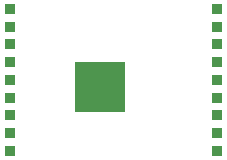
<source format=gbr>
G04 #@! TF.GenerationSoftware,KiCad,Pcbnew,5.0.2+dfsg1-1*
G04 #@! TF.CreationDate,2019-05-02T19:47:23-04:00*
G04 #@! TF.ProjectId,v1,76312e6b-6963-4616-945f-706362585858,rev?*
G04 #@! TF.SameCoordinates,Original*
G04 #@! TF.FileFunction,Paste,Bot*
G04 #@! TF.FilePolarity,Positive*
%FSLAX46Y46*%
G04 Gerber Fmt 4.6, Leading zero omitted, Abs format (unit mm)*
G04 Created by KiCad (PCBNEW 5.0.2+dfsg1-1) date Thu 02 May 2019 07:47:23 PM EDT*
%MOMM*%
%LPD*%
G01*
G04 APERTURE LIST*
%ADD10R,0.850000X0.912500*%
%ADD11R,4.300000X4.300000*%
G04 APERTURE END LIST*
D10*
G04 #@! TO.C,U1*
X105562500Y-88615000D03*
X105562500Y-90115000D03*
X105562500Y-91615000D03*
X105562500Y-93115000D03*
X105562500Y-94615000D03*
X105562500Y-96115000D03*
X105562500Y-97615000D03*
X105562500Y-99115000D03*
X105562500Y-100615000D03*
X123037500Y-100615000D03*
X123037500Y-99115000D03*
X123037500Y-97615000D03*
X123037500Y-96115000D03*
X123037500Y-94615000D03*
X123037500Y-93115000D03*
X123037500Y-91615000D03*
X123037500Y-90115000D03*
X123037500Y-88615000D03*
D11*
X113180000Y-95195000D03*
G04 #@! TD*
M02*

</source>
